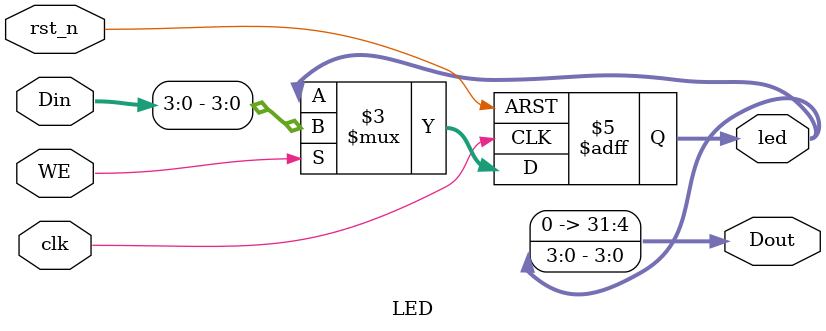
<source format=v>
`default_nettype none

module LED (
    input wire clk, 
    input wire rst_n, 
    input wire WE, 
    input wire [31:0] Din, 
    output wire [31:0] Dout, 
    /* ------ */
    output reg [3:0] led
);

    assign Dout = {28'd0, led};

    always @ (posedge clk or negedge rst_n) begin
        if (!rst_n) begin
            led <= 4'b1111;
        end
        else begin
            if (WE) begin
                led <= Din[3:0];
            end
        end
    end


endmodule


</source>
